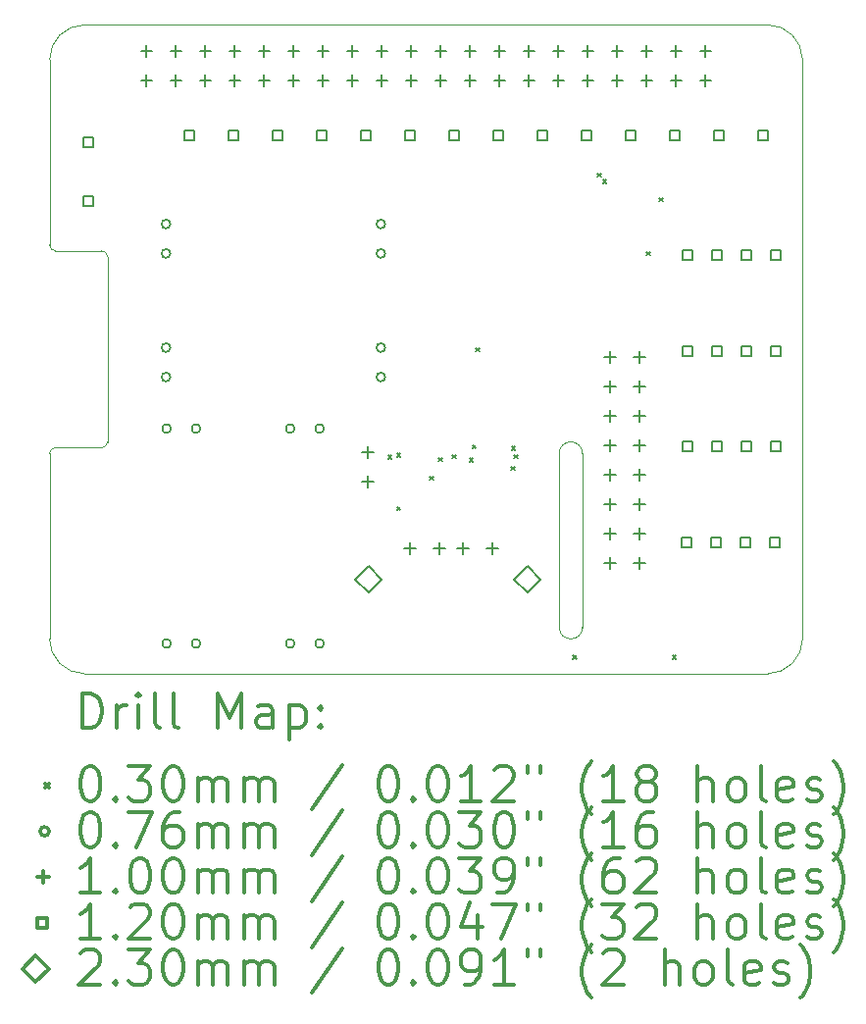
<source format=gbr>
%FSLAX45Y45*%
G04 Gerber Fmt 4.5, Leading zero omitted, Abs format (unit mm)*
G04 Created by KiCad (PCBNEW (5.1.8)-1) date 2021-08-31 14:44:27*
%MOMM*%
%LPD*%
G01*
G04 APERTURE LIST*
%TA.AperFunction,Profile*%
%ADD10C,0.100000*%
%TD*%
%ADD11C,0.200000*%
%ADD12C,0.300000*%
G04 APERTURE END LIST*
D10*
X24400000Y-14600000D02*
X24400000Y-13100000D01*
X24600000Y-13100000D02*
X24600000Y-14600000D01*
X24600000Y-13100000D02*
G75*
G03*
X24400000Y-13100000I-100000J0D01*
G01*
X24400000Y-14600000D02*
G75*
G03*
X24600000Y-14600000I100000J0D01*
G01*
X20049913Y-13050000D02*
G75*
G03*
X20000000Y-13100000I87J-50000D01*
G01*
X20450000Y-13050000D02*
G75*
G03*
X20500000Y-13000000I0J50000D01*
G01*
X20000000Y-11300000D02*
G75*
G03*
X20050000Y-11350000I50000J0D01*
G01*
X20500000Y-11400000D02*
G75*
G03*
X20450000Y-11350000I-50000J0D01*
G01*
X20000000Y-9700000D02*
X20000000Y-11300000D01*
X26500000Y-9700000D02*
G75*
G03*
X26200000Y-9400000I-300000J0D01*
G01*
X26200000Y-15000000D02*
G75*
G03*
X26500000Y-14700000I0J300000D01*
G01*
X20000000Y-14700000D02*
G75*
G03*
X20300000Y-15000000I300000J0D01*
G01*
X20300000Y-9400000D02*
G75*
G03*
X20000000Y-9700000I0J-300000D01*
G01*
X26200000Y-9400000D02*
X20300000Y-9400000D01*
X20450000Y-13050000D02*
X20050000Y-13050000D01*
X20500000Y-11400000D02*
X20500000Y-13000000D01*
X20050000Y-11350000D02*
X20450000Y-11350000D01*
X26500000Y-14700000D02*
X26500000Y-9700000D01*
X20300000Y-15000000D02*
X26200000Y-15000000D01*
X20000000Y-13100000D02*
X20000000Y-14700000D01*
D11*
X22920910Y-13115090D02*
X22950910Y-13145090D01*
X22950910Y-13115090D02*
X22920910Y-13145090D01*
X22998780Y-13099460D02*
X23028780Y-13129460D01*
X23028780Y-13099460D02*
X22998780Y-13129460D01*
X23000300Y-13560220D02*
X23030300Y-13590220D01*
X23030300Y-13560220D02*
X23000300Y-13590220D01*
X23282120Y-13298840D02*
X23312120Y-13328840D01*
X23312120Y-13298840D02*
X23282120Y-13328840D01*
X23357390Y-13136960D02*
X23387390Y-13166960D01*
X23387390Y-13136960D02*
X23357390Y-13166960D01*
X23474800Y-13111560D02*
X23504800Y-13141560D01*
X23504800Y-13111560D02*
X23474800Y-13141560D01*
X23625730Y-13142380D02*
X23655730Y-13172380D01*
X23655730Y-13142380D02*
X23625730Y-13172380D01*
X23651760Y-13027640D02*
X23681760Y-13057640D01*
X23681760Y-13027640D02*
X23651760Y-13057640D01*
X23680000Y-12190000D02*
X23710000Y-12220000D01*
X23710000Y-12190000D02*
X23680000Y-12220000D01*
X23986080Y-13212570D02*
X24016080Y-13242570D01*
X24016080Y-13212570D02*
X23986080Y-13242570D01*
X23990780Y-13037700D02*
X24020780Y-13067700D01*
X24020780Y-13037700D02*
X23990780Y-13067700D01*
X24011140Y-13112600D02*
X24041140Y-13142600D01*
X24041140Y-13112600D02*
X24011140Y-13142600D01*
X24520280Y-14841600D02*
X24550280Y-14871600D01*
X24550280Y-14841600D02*
X24520280Y-14871600D01*
X24729980Y-10682890D02*
X24759980Y-10712890D01*
X24759980Y-10682890D02*
X24729980Y-10712890D01*
X24776920Y-10738820D02*
X24806920Y-10768820D01*
X24806920Y-10738820D02*
X24776920Y-10768820D01*
X25153120Y-11360260D02*
X25183120Y-11390260D01*
X25183120Y-11360260D02*
X25153120Y-11390260D01*
X25262820Y-10892890D02*
X25292820Y-10922890D01*
X25292820Y-10892890D02*
X25262820Y-10922890D01*
X25377330Y-14841600D02*
X25407330Y-14871600D01*
X25407330Y-14841600D02*
X25377330Y-14871600D01*
X21048100Y-12884800D02*
G75*
G03*
X21048100Y-12884800I-38100J0D01*
G01*
X21048100Y-14740000D02*
G75*
G03*
X21048100Y-14740000I-38100J0D01*
G01*
X21302100Y-12884800D02*
G75*
G03*
X21302100Y-12884800I-38100J0D01*
G01*
X21302100Y-14740000D02*
G75*
G03*
X21302100Y-14740000I-38100J0D01*
G01*
X22114900Y-12884800D02*
G75*
G03*
X22114900Y-12884800I-38100J0D01*
G01*
X22114900Y-14740000D02*
G75*
G03*
X22114900Y-14740000I-38100J0D01*
G01*
X22368900Y-12884800D02*
G75*
G03*
X22368900Y-12884800I-38100J0D01*
G01*
X22368900Y-14740000D02*
G75*
G03*
X22368900Y-14740000I-38100J0D01*
G01*
X21042900Y-11119200D02*
G75*
G03*
X21042900Y-11119200I-38100J0D01*
G01*
X21042900Y-11373200D02*
G75*
G03*
X21042900Y-11373200I-38100J0D01*
G01*
X21042900Y-12186000D02*
G75*
G03*
X21042900Y-12186000I-38100J0D01*
G01*
X21042900Y-12440000D02*
G75*
G03*
X21042900Y-12440000I-38100J0D01*
G01*
X22898100Y-11119200D02*
G75*
G03*
X22898100Y-11119200I-38100J0D01*
G01*
X22898100Y-11373200D02*
G75*
G03*
X22898100Y-11373200I-38100J0D01*
G01*
X22898100Y-12186000D02*
G75*
G03*
X22898100Y-12186000I-38100J0D01*
G01*
X22898100Y-12440000D02*
G75*
G03*
X22898100Y-12440000I-38100J0D01*
G01*
X24835000Y-12215000D02*
X24835000Y-12315000D01*
X24785000Y-12265000D02*
X24885000Y-12265000D01*
X24835000Y-12469000D02*
X24835000Y-12569000D01*
X24785000Y-12519000D02*
X24885000Y-12519000D01*
X24835000Y-12723000D02*
X24835000Y-12823000D01*
X24785000Y-12773000D02*
X24885000Y-12773000D01*
X24835000Y-12977000D02*
X24835000Y-13077000D01*
X24785000Y-13027000D02*
X24885000Y-13027000D01*
X24835000Y-13231000D02*
X24835000Y-13331000D01*
X24785000Y-13281000D02*
X24885000Y-13281000D01*
X24835000Y-13485000D02*
X24835000Y-13585000D01*
X24785000Y-13535000D02*
X24885000Y-13535000D01*
X24835000Y-13739000D02*
X24835000Y-13839000D01*
X24785000Y-13789000D02*
X24885000Y-13789000D01*
X24835000Y-13993000D02*
X24835000Y-14093000D01*
X24785000Y-14043000D02*
X24885000Y-14043000D01*
X25089000Y-12215000D02*
X25089000Y-12315000D01*
X25039000Y-12265000D02*
X25139000Y-12265000D01*
X25089000Y-12469000D02*
X25089000Y-12569000D01*
X25039000Y-12519000D02*
X25139000Y-12519000D01*
X25089000Y-12723000D02*
X25089000Y-12823000D01*
X25039000Y-12773000D02*
X25139000Y-12773000D01*
X25089000Y-12977000D02*
X25089000Y-13077000D01*
X25039000Y-13027000D02*
X25139000Y-13027000D01*
X25089000Y-13231000D02*
X25089000Y-13331000D01*
X25039000Y-13281000D02*
X25139000Y-13281000D01*
X25089000Y-13485000D02*
X25089000Y-13585000D01*
X25039000Y-13535000D02*
X25139000Y-13535000D01*
X25089000Y-13739000D02*
X25089000Y-13839000D01*
X25039000Y-13789000D02*
X25139000Y-13789000D01*
X25089000Y-13993000D02*
X25089000Y-14093000D01*
X25039000Y-14043000D02*
X25139000Y-14043000D01*
X23110000Y-13870000D02*
X23110000Y-13970000D01*
X23060000Y-13920000D02*
X23160000Y-13920000D01*
X23364000Y-13870000D02*
X23364000Y-13970000D01*
X23314000Y-13920000D02*
X23414000Y-13920000D01*
X23567000Y-13870000D02*
X23567000Y-13970000D01*
X23517000Y-13920000D02*
X23617000Y-13920000D01*
X23821000Y-13870000D02*
X23821000Y-13970000D01*
X23771000Y-13920000D02*
X23871000Y-13920000D01*
X22750000Y-13040000D02*
X22750000Y-13140000D01*
X22700000Y-13090000D02*
X22800000Y-13090000D01*
X22750000Y-13294000D02*
X22750000Y-13394000D01*
X22700000Y-13344000D02*
X22800000Y-13344000D01*
X20837000Y-9573000D02*
X20837000Y-9673000D01*
X20787000Y-9623000D02*
X20887000Y-9623000D01*
X20837000Y-9827000D02*
X20837000Y-9927000D01*
X20787000Y-9877000D02*
X20887000Y-9877000D01*
X21091000Y-9573000D02*
X21091000Y-9673000D01*
X21041000Y-9623000D02*
X21141000Y-9623000D01*
X21091000Y-9827000D02*
X21091000Y-9927000D01*
X21041000Y-9877000D02*
X21141000Y-9877000D01*
X21345000Y-9573000D02*
X21345000Y-9673000D01*
X21295000Y-9623000D02*
X21395000Y-9623000D01*
X21345000Y-9827000D02*
X21345000Y-9927000D01*
X21295000Y-9877000D02*
X21395000Y-9877000D01*
X21599000Y-9573000D02*
X21599000Y-9673000D01*
X21549000Y-9623000D02*
X21649000Y-9623000D01*
X21599000Y-9827000D02*
X21599000Y-9927000D01*
X21549000Y-9877000D02*
X21649000Y-9877000D01*
X21853000Y-9573000D02*
X21853000Y-9673000D01*
X21803000Y-9623000D02*
X21903000Y-9623000D01*
X21853000Y-9827000D02*
X21853000Y-9927000D01*
X21803000Y-9877000D02*
X21903000Y-9877000D01*
X22107000Y-9573000D02*
X22107000Y-9673000D01*
X22057000Y-9623000D02*
X22157000Y-9623000D01*
X22107000Y-9827000D02*
X22107000Y-9927000D01*
X22057000Y-9877000D02*
X22157000Y-9877000D01*
X22361000Y-9573000D02*
X22361000Y-9673000D01*
X22311000Y-9623000D02*
X22411000Y-9623000D01*
X22361000Y-9827000D02*
X22361000Y-9927000D01*
X22311000Y-9877000D02*
X22411000Y-9877000D01*
X22615000Y-9573000D02*
X22615000Y-9673000D01*
X22565000Y-9623000D02*
X22665000Y-9623000D01*
X22615000Y-9827000D02*
X22615000Y-9927000D01*
X22565000Y-9877000D02*
X22665000Y-9877000D01*
X22869000Y-9573000D02*
X22869000Y-9673000D01*
X22819000Y-9623000D02*
X22919000Y-9623000D01*
X22869000Y-9827000D02*
X22869000Y-9927000D01*
X22819000Y-9877000D02*
X22919000Y-9877000D01*
X23123000Y-9573000D02*
X23123000Y-9673000D01*
X23073000Y-9623000D02*
X23173000Y-9623000D01*
X23123000Y-9827000D02*
X23123000Y-9927000D01*
X23073000Y-9877000D02*
X23173000Y-9877000D01*
X23377000Y-9573000D02*
X23377000Y-9673000D01*
X23327000Y-9623000D02*
X23427000Y-9623000D01*
X23377000Y-9827000D02*
X23377000Y-9927000D01*
X23327000Y-9877000D02*
X23427000Y-9877000D01*
X23631000Y-9573000D02*
X23631000Y-9673000D01*
X23581000Y-9623000D02*
X23681000Y-9623000D01*
X23631000Y-9827000D02*
X23631000Y-9927000D01*
X23581000Y-9877000D02*
X23681000Y-9877000D01*
X23885000Y-9573000D02*
X23885000Y-9673000D01*
X23835000Y-9623000D02*
X23935000Y-9623000D01*
X23885000Y-9827000D02*
X23885000Y-9927000D01*
X23835000Y-9877000D02*
X23935000Y-9877000D01*
X24139000Y-9573000D02*
X24139000Y-9673000D01*
X24089000Y-9623000D02*
X24189000Y-9623000D01*
X24139000Y-9827000D02*
X24139000Y-9927000D01*
X24089000Y-9877000D02*
X24189000Y-9877000D01*
X24393000Y-9573000D02*
X24393000Y-9673000D01*
X24343000Y-9623000D02*
X24443000Y-9623000D01*
X24393000Y-9827000D02*
X24393000Y-9927000D01*
X24343000Y-9877000D02*
X24443000Y-9877000D01*
X24647000Y-9573000D02*
X24647000Y-9673000D01*
X24597000Y-9623000D02*
X24697000Y-9623000D01*
X24647000Y-9827000D02*
X24647000Y-9927000D01*
X24597000Y-9877000D02*
X24697000Y-9877000D01*
X24901000Y-9573000D02*
X24901000Y-9673000D01*
X24851000Y-9623000D02*
X24951000Y-9623000D01*
X24901000Y-9827000D02*
X24901000Y-9927000D01*
X24851000Y-9877000D02*
X24951000Y-9877000D01*
X25155000Y-9573000D02*
X25155000Y-9673000D01*
X25105000Y-9623000D02*
X25205000Y-9623000D01*
X25155000Y-9827000D02*
X25155000Y-9927000D01*
X25105000Y-9877000D02*
X25205000Y-9877000D01*
X25409000Y-9573000D02*
X25409000Y-9673000D01*
X25359000Y-9623000D02*
X25459000Y-9623000D01*
X25409000Y-9827000D02*
X25409000Y-9927000D01*
X25359000Y-9877000D02*
X25459000Y-9877000D01*
X25663000Y-9573000D02*
X25663000Y-9673000D01*
X25613000Y-9623000D02*
X25713000Y-9623000D01*
X25663000Y-9827000D02*
X25663000Y-9927000D01*
X25613000Y-9877000D02*
X25713000Y-9877000D01*
X25540427Y-13907427D02*
X25540427Y-13822573D01*
X25455573Y-13822573D01*
X25455573Y-13907427D01*
X25540427Y-13907427D01*
X25794427Y-13907427D02*
X25794427Y-13822573D01*
X25709573Y-13822573D01*
X25709573Y-13907427D01*
X25794427Y-13907427D01*
X26048427Y-13907427D02*
X26048427Y-13822573D01*
X25963573Y-13822573D01*
X25963573Y-13907427D01*
X26048427Y-13907427D01*
X26302427Y-13907427D02*
X26302427Y-13822573D01*
X26217573Y-13822573D01*
X26217573Y-13907427D01*
X26302427Y-13907427D01*
X25552427Y-11432427D02*
X25552427Y-11347573D01*
X25467573Y-11347573D01*
X25467573Y-11432427D01*
X25552427Y-11432427D01*
X25806427Y-11432427D02*
X25806427Y-11347573D01*
X25721573Y-11347573D01*
X25721573Y-11432427D01*
X25806427Y-11432427D01*
X26060427Y-11432427D02*
X26060427Y-11347573D01*
X25975573Y-11347573D01*
X25975573Y-11432427D01*
X26060427Y-11432427D01*
X26314427Y-11432427D02*
X26314427Y-11347573D01*
X26229573Y-11347573D01*
X26229573Y-11432427D01*
X26314427Y-11432427D01*
X25547427Y-13082427D02*
X25547427Y-12997573D01*
X25462573Y-12997573D01*
X25462573Y-13082427D01*
X25547427Y-13082427D01*
X25801427Y-13082427D02*
X25801427Y-12997573D01*
X25716573Y-12997573D01*
X25716573Y-13082427D01*
X25801427Y-13082427D01*
X26055427Y-13082427D02*
X26055427Y-12997573D01*
X25970573Y-12997573D01*
X25970573Y-13082427D01*
X26055427Y-13082427D01*
X26309427Y-13082427D02*
X26309427Y-12997573D01*
X26224573Y-12997573D01*
X26224573Y-13082427D01*
X26309427Y-13082427D01*
X20377427Y-10452427D02*
X20377427Y-10367573D01*
X20292573Y-10367573D01*
X20292573Y-10452427D01*
X20377427Y-10452427D01*
X20377427Y-10960427D02*
X20377427Y-10875573D01*
X20292573Y-10875573D01*
X20292573Y-10960427D01*
X20377427Y-10960427D01*
X21249427Y-10392427D02*
X21249427Y-10307573D01*
X21164573Y-10307573D01*
X21164573Y-10392427D01*
X21249427Y-10392427D01*
X21630427Y-10392427D02*
X21630427Y-10307573D01*
X21545573Y-10307573D01*
X21545573Y-10392427D01*
X21630427Y-10392427D01*
X22011427Y-10392427D02*
X22011427Y-10307573D01*
X21926573Y-10307573D01*
X21926573Y-10392427D01*
X22011427Y-10392427D01*
X22392427Y-10392427D02*
X22392427Y-10307573D01*
X22307573Y-10307573D01*
X22307573Y-10392427D01*
X22392427Y-10392427D01*
X22773427Y-10392427D02*
X22773427Y-10307573D01*
X22688573Y-10307573D01*
X22688573Y-10392427D01*
X22773427Y-10392427D01*
X23154427Y-10392427D02*
X23154427Y-10307573D01*
X23069573Y-10307573D01*
X23069573Y-10392427D01*
X23154427Y-10392427D01*
X23535427Y-10392427D02*
X23535427Y-10307573D01*
X23450573Y-10307573D01*
X23450573Y-10392427D01*
X23535427Y-10392427D01*
X23916427Y-10392427D02*
X23916427Y-10307573D01*
X23831573Y-10307573D01*
X23831573Y-10392427D01*
X23916427Y-10392427D01*
X24297427Y-10392427D02*
X24297427Y-10307573D01*
X24212573Y-10307573D01*
X24212573Y-10392427D01*
X24297427Y-10392427D01*
X24678427Y-10392427D02*
X24678427Y-10307573D01*
X24593573Y-10307573D01*
X24593573Y-10392427D01*
X24678427Y-10392427D01*
X25059427Y-10392427D02*
X25059427Y-10307573D01*
X24974573Y-10307573D01*
X24974573Y-10392427D01*
X25059427Y-10392427D01*
X25440427Y-10392427D02*
X25440427Y-10307573D01*
X25355573Y-10307573D01*
X25355573Y-10392427D01*
X25440427Y-10392427D01*
X25821427Y-10392427D02*
X25821427Y-10307573D01*
X25736573Y-10307573D01*
X25736573Y-10392427D01*
X25821427Y-10392427D01*
X26202427Y-10392427D02*
X26202427Y-10307573D01*
X26117573Y-10307573D01*
X26117573Y-10392427D01*
X26202427Y-10392427D01*
X25547427Y-12257427D02*
X25547427Y-12172573D01*
X25462573Y-12172573D01*
X25462573Y-12257427D01*
X25547427Y-12257427D01*
X25801427Y-12257427D02*
X25801427Y-12172573D01*
X25716573Y-12172573D01*
X25716573Y-12257427D01*
X25801427Y-12257427D01*
X26055427Y-12257427D02*
X26055427Y-12172573D01*
X25970573Y-12172573D01*
X25970573Y-12257427D01*
X26055427Y-12257427D01*
X26309427Y-12257427D02*
X26309427Y-12172573D01*
X26224573Y-12172573D01*
X26224573Y-12257427D01*
X26309427Y-12257427D01*
X22754000Y-14302000D02*
X22869000Y-14187000D01*
X22754000Y-14072000D01*
X22639000Y-14187000D01*
X22754000Y-14302000D01*
X24126000Y-14302000D02*
X24241000Y-14187000D01*
X24126000Y-14072000D01*
X24011000Y-14187000D01*
X24126000Y-14302000D01*
D12*
X20281428Y-15470714D02*
X20281428Y-15170714D01*
X20352857Y-15170714D01*
X20395714Y-15185000D01*
X20424286Y-15213571D01*
X20438571Y-15242143D01*
X20452857Y-15299286D01*
X20452857Y-15342143D01*
X20438571Y-15399286D01*
X20424286Y-15427857D01*
X20395714Y-15456429D01*
X20352857Y-15470714D01*
X20281428Y-15470714D01*
X20581428Y-15470714D02*
X20581428Y-15270714D01*
X20581428Y-15327857D02*
X20595714Y-15299286D01*
X20610000Y-15285000D01*
X20638571Y-15270714D01*
X20667143Y-15270714D01*
X20767143Y-15470714D02*
X20767143Y-15270714D01*
X20767143Y-15170714D02*
X20752857Y-15185000D01*
X20767143Y-15199286D01*
X20781428Y-15185000D01*
X20767143Y-15170714D01*
X20767143Y-15199286D01*
X20952857Y-15470714D02*
X20924286Y-15456429D01*
X20910000Y-15427857D01*
X20910000Y-15170714D01*
X21110000Y-15470714D02*
X21081428Y-15456429D01*
X21067143Y-15427857D01*
X21067143Y-15170714D01*
X21452857Y-15470714D02*
X21452857Y-15170714D01*
X21552857Y-15385000D01*
X21652857Y-15170714D01*
X21652857Y-15470714D01*
X21924286Y-15470714D02*
X21924286Y-15313571D01*
X21910000Y-15285000D01*
X21881428Y-15270714D01*
X21824286Y-15270714D01*
X21795714Y-15285000D01*
X21924286Y-15456429D02*
X21895714Y-15470714D01*
X21824286Y-15470714D01*
X21795714Y-15456429D01*
X21781428Y-15427857D01*
X21781428Y-15399286D01*
X21795714Y-15370714D01*
X21824286Y-15356429D01*
X21895714Y-15356429D01*
X21924286Y-15342143D01*
X22067143Y-15270714D02*
X22067143Y-15570714D01*
X22067143Y-15285000D02*
X22095714Y-15270714D01*
X22152857Y-15270714D01*
X22181428Y-15285000D01*
X22195714Y-15299286D01*
X22210000Y-15327857D01*
X22210000Y-15413571D01*
X22195714Y-15442143D01*
X22181428Y-15456429D01*
X22152857Y-15470714D01*
X22095714Y-15470714D01*
X22067143Y-15456429D01*
X22338571Y-15442143D02*
X22352857Y-15456429D01*
X22338571Y-15470714D01*
X22324286Y-15456429D01*
X22338571Y-15442143D01*
X22338571Y-15470714D01*
X22338571Y-15285000D02*
X22352857Y-15299286D01*
X22338571Y-15313571D01*
X22324286Y-15299286D01*
X22338571Y-15285000D01*
X22338571Y-15313571D01*
X19965000Y-15950000D02*
X19995000Y-15980000D01*
X19995000Y-15950000D02*
X19965000Y-15980000D01*
X20338571Y-15800714D02*
X20367143Y-15800714D01*
X20395714Y-15815000D01*
X20410000Y-15829286D01*
X20424286Y-15857857D01*
X20438571Y-15915000D01*
X20438571Y-15986429D01*
X20424286Y-16043571D01*
X20410000Y-16072143D01*
X20395714Y-16086429D01*
X20367143Y-16100714D01*
X20338571Y-16100714D01*
X20310000Y-16086429D01*
X20295714Y-16072143D01*
X20281428Y-16043571D01*
X20267143Y-15986429D01*
X20267143Y-15915000D01*
X20281428Y-15857857D01*
X20295714Y-15829286D01*
X20310000Y-15815000D01*
X20338571Y-15800714D01*
X20567143Y-16072143D02*
X20581428Y-16086429D01*
X20567143Y-16100714D01*
X20552857Y-16086429D01*
X20567143Y-16072143D01*
X20567143Y-16100714D01*
X20681428Y-15800714D02*
X20867143Y-15800714D01*
X20767143Y-15915000D01*
X20810000Y-15915000D01*
X20838571Y-15929286D01*
X20852857Y-15943571D01*
X20867143Y-15972143D01*
X20867143Y-16043571D01*
X20852857Y-16072143D01*
X20838571Y-16086429D01*
X20810000Y-16100714D01*
X20724286Y-16100714D01*
X20695714Y-16086429D01*
X20681428Y-16072143D01*
X21052857Y-15800714D02*
X21081428Y-15800714D01*
X21110000Y-15815000D01*
X21124286Y-15829286D01*
X21138571Y-15857857D01*
X21152857Y-15915000D01*
X21152857Y-15986429D01*
X21138571Y-16043571D01*
X21124286Y-16072143D01*
X21110000Y-16086429D01*
X21081428Y-16100714D01*
X21052857Y-16100714D01*
X21024286Y-16086429D01*
X21010000Y-16072143D01*
X20995714Y-16043571D01*
X20981428Y-15986429D01*
X20981428Y-15915000D01*
X20995714Y-15857857D01*
X21010000Y-15829286D01*
X21024286Y-15815000D01*
X21052857Y-15800714D01*
X21281428Y-16100714D02*
X21281428Y-15900714D01*
X21281428Y-15929286D02*
X21295714Y-15915000D01*
X21324286Y-15900714D01*
X21367143Y-15900714D01*
X21395714Y-15915000D01*
X21410000Y-15943571D01*
X21410000Y-16100714D01*
X21410000Y-15943571D02*
X21424286Y-15915000D01*
X21452857Y-15900714D01*
X21495714Y-15900714D01*
X21524286Y-15915000D01*
X21538571Y-15943571D01*
X21538571Y-16100714D01*
X21681428Y-16100714D02*
X21681428Y-15900714D01*
X21681428Y-15929286D02*
X21695714Y-15915000D01*
X21724286Y-15900714D01*
X21767143Y-15900714D01*
X21795714Y-15915000D01*
X21810000Y-15943571D01*
X21810000Y-16100714D01*
X21810000Y-15943571D02*
X21824286Y-15915000D01*
X21852857Y-15900714D01*
X21895714Y-15900714D01*
X21924286Y-15915000D01*
X21938571Y-15943571D01*
X21938571Y-16100714D01*
X22524286Y-15786429D02*
X22267143Y-16172143D01*
X22910000Y-15800714D02*
X22938571Y-15800714D01*
X22967143Y-15815000D01*
X22981428Y-15829286D01*
X22995714Y-15857857D01*
X23010000Y-15915000D01*
X23010000Y-15986429D01*
X22995714Y-16043571D01*
X22981428Y-16072143D01*
X22967143Y-16086429D01*
X22938571Y-16100714D01*
X22910000Y-16100714D01*
X22881428Y-16086429D01*
X22867143Y-16072143D01*
X22852857Y-16043571D01*
X22838571Y-15986429D01*
X22838571Y-15915000D01*
X22852857Y-15857857D01*
X22867143Y-15829286D01*
X22881428Y-15815000D01*
X22910000Y-15800714D01*
X23138571Y-16072143D02*
X23152857Y-16086429D01*
X23138571Y-16100714D01*
X23124286Y-16086429D01*
X23138571Y-16072143D01*
X23138571Y-16100714D01*
X23338571Y-15800714D02*
X23367143Y-15800714D01*
X23395714Y-15815000D01*
X23410000Y-15829286D01*
X23424286Y-15857857D01*
X23438571Y-15915000D01*
X23438571Y-15986429D01*
X23424286Y-16043571D01*
X23410000Y-16072143D01*
X23395714Y-16086429D01*
X23367143Y-16100714D01*
X23338571Y-16100714D01*
X23310000Y-16086429D01*
X23295714Y-16072143D01*
X23281428Y-16043571D01*
X23267143Y-15986429D01*
X23267143Y-15915000D01*
X23281428Y-15857857D01*
X23295714Y-15829286D01*
X23310000Y-15815000D01*
X23338571Y-15800714D01*
X23724286Y-16100714D02*
X23552857Y-16100714D01*
X23638571Y-16100714D02*
X23638571Y-15800714D01*
X23610000Y-15843571D01*
X23581428Y-15872143D01*
X23552857Y-15886429D01*
X23838571Y-15829286D02*
X23852857Y-15815000D01*
X23881428Y-15800714D01*
X23952857Y-15800714D01*
X23981428Y-15815000D01*
X23995714Y-15829286D01*
X24010000Y-15857857D01*
X24010000Y-15886429D01*
X23995714Y-15929286D01*
X23824286Y-16100714D01*
X24010000Y-16100714D01*
X24124286Y-15800714D02*
X24124286Y-15857857D01*
X24238571Y-15800714D02*
X24238571Y-15857857D01*
X24681428Y-16215000D02*
X24667143Y-16200714D01*
X24638571Y-16157857D01*
X24624286Y-16129286D01*
X24610000Y-16086429D01*
X24595714Y-16015000D01*
X24595714Y-15957857D01*
X24610000Y-15886429D01*
X24624286Y-15843571D01*
X24638571Y-15815000D01*
X24667143Y-15772143D01*
X24681428Y-15757857D01*
X24952857Y-16100714D02*
X24781428Y-16100714D01*
X24867143Y-16100714D02*
X24867143Y-15800714D01*
X24838571Y-15843571D01*
X24810000Y-15872143D01*
X24781428Y-15886429D01*
X25124286Y-15929286D02*
X25095714Y-15915000D01*
X25081428Y-15900714D01*
X25067143Y-15872143D01*
X25067143Y-15857857D01*
X25081428Y-15829286D01*
X25095714Y-15815000D01*
X25124286Y-15800714D01*
X25181428Y-15800714D01*
X25210000Y-15815000D01*
X25224286Y-15829286D01*
X25238571Y-15857857D01*
X25238571Y-15872143D01*
X25224286Y-15900714D01*
X25210000Y-15915000D01*
X25181428Y-15929286D01*
X25124286Y-15929286D01*
X25095714Y-15943571D01*
X25081428Y-15957857D01*
X25067143Y-15986429D01*
X25067143Y-16043571D01*
X25081428Y-16072143D01*
X25095714Y-16086429D01*
X25124286Y-16100714D01*
X25181428Y-16100714D01*
X25210000Y-16086429D01*
X25224286Y-16072143D01*
X25238571Y-16043571D01*
X25238571Y-15986429D01*
X25224286Y-15957857D01*
X25210000Y-15943571D01*
X25181428Y-15929286D01*
X25595714Y-16100714D02*
X25595714Y-15800714D01*
X25724286Y-16100714D02*
X25724286Y-15943571D01*
X25710000Y-15915000D01*
X25681428Y-15900714D01*
X25638571Y-15900714D01*
X25610000Y-15915000D01*
X25595714Y-15929286D01*
X25910000Y-16100714D02*
X25881428Y-16086429D01*
X25867143Y-16072143D01*
X25852857Y-16043571D01*
X25852857Y-15957857D01*
X25867143Y-15929286D01*
X25881428Y-15915000D01*
X25910000Y-15900714D01*
X25952857Y-15900714D01*
X25981428Y-15915000D01*
X25995714Y-15929286D01*
X26010000Y-15957857D01*
X26010000Y-16043571D01*
X25995714Y-16072143D01*
X25981428Y-16086429D01*
X25952857Y-16100714D01*
X25910000Y-16100714D01*
X26181428Y-16100714D02*
X26152857Y-16086429D01*
X26138571Y-16057857D01*
X26138571Y-15800714D01*
X26410000Y-16086429D02*
X26381428Y-16100714D01*
X26324286Y-16100714D01*
X26295714Y-16086429D01*
X26281428Y-16057857D01*
X26281428Y-15943571D01*
X26295714Y-15915000D01*
X26324286Y-15900714D01*
X26381428Y-15900714D01*
X26410000Y-15915000D01*
X26424286Y-15943571D01*
X26424286Y-15972143D01*
X26281428Y-16000714D01*
X26538571Y-16086429D02*
X26567143Y-16100714D01*
X26624286Y-16100714D01*
X26652857Y-16086429D01*
X26667143Y-16057857D01*
X26667143Y-16043571D01*
X26652857Y-16015000D01*
X26624286Y-16000714D01*
X26581428Y-16000714D01*
X26552857Y-15986429D01*
X26538571Y-15957857D01*
X26538571Y-15943571D01*
X26552857Y-15915000D01*
X26581428Y-15900714D01*
X26624286Y-15900714D01*
X26652857Y-15915000D01*
X26767143Y-16215000D02*
X26781428Y-16200714D01*
X26810000Y-16157857D01*
X26824286Y-16129286D01*
X26838571Y-16086429D01*
X26852857Y-16015000D01*
X26852857Y-15957857D01*
X26838571Y-15886429D01*
X26824286Y-15843571D01*
X26810000Y-15815000D01*
X26781428Y-15772143D01*
X26767143Y-15757857D01*
X19995000Y-16361000D02*
G75*
G03*
X19995000Y-16361000I-38100J0D01*
G01*
X20338571Y-16196714D02*
X20367143Y-16196714D01*
X20395714Y-16211000D01*
X20410000Y-16225286D01*
X20424286Y-16253857D01*
X20438571Y-16311000D01*
X20438571Y-16382429D01*
X20424286Y-16439571D01*
X20410000Y-16468143D01*
X20395714Y-16482429D01*
X20367143Y-16496714D01*
X20338571Y-16496714D01*
X20310000Y-16482429D01*
X20295714Y-16468143D01*
X20281428Y-16439571D01*
X20267143Y-16382429D01*
X20267143Y-16311000D01*
X20281428Y-16253857D01*
X20295714Y-16225286D01*
X20310000Y-16211000D01*
X20338571Y-16196714D01*
X20567143Y-16468143D02*
X20581428Y-16482429D01*
X20567143Y-16496714D01*
X20552857Y-16482429D01*
X20567143Y-16468143D01*
X20567143Y-16496714D01*
X20681428Y-16196714D02*
X20881428Y-16196714D01*
X20752857Y-16496714D01*
X21124286Y-16196714D02*
X21067143Y-16196714D01*
X21038571Y-16211000D01*
X21024286Y-16225286D01*
X20995714Y-16268143D01*
X20981428Y-16325286D01*
X20981428Y-16439571D01*
X20995714Y-16468143D01*
X21010000Y-16482429D01*
X21038571Y-16496714D01*
X21095714Y-16496714D01*
X21124286Y-16482429D01*
X21138571Y-16468143D01*
X21152857Y-16439571D01*
X21152857Y-16368143D01*
X21138571Y-16339571D01*
X21124286Y-16325286D01*
X21095714Y-16311000D01*
X21038571Y-16311000D01*
X21010000Y-16325286D01*
X20995714Y-16339571D01*
X20981428Y-16368143D01*
X21281428Y-16496714D02*
X21281428Y-16296714D01*
X21281428Y-16325286D02*
X21295714Y-16311000D01*
X21324286Y-16296714D01*
X21367143Y-16296714D01*
X21395714Y-16311000D01*
X21410000Y-16339571D01*
X21410000Y-16496714D01*
X21410000Y-16339571D02*
X21424286Y-16311000D01*
X21452857Y-16296714D01*
X21495714Y-16296714D01*
X21524286Y-16311000D01*
X21538571Y-16339571D01*
X21538571Y-16496714D01*
X21681428Y-16496714D02*
X21681428Y-16296714D01*
X21681428Y-16325286D02*
X21695714Y-16311000D01*
X21724286Y-16296714D01*
X21767143Y-16296714D01*
X21795714Y-16311000D01*
X21810000Y-16339571D01*
X21810000Y-16496714D01*
X21810000Y-16339571D02*
X21824286Y-16311000D01*
X21852857Y-16296714D01*
X21895714Y-16296714D01*
X21924286Y-16311000D01*
X21938571Y-16339571D01*
X21938571Y-16496714D01*
X22524286Y-16182429D02*
X22267143Y-16568143D01*
X22910000Y-16196714D02*
X22938571Y-16196714D01*
X22967143Y-16211000D01*
X22981428Y-16225286D01*
X22995714Y-16253857D01*
X23010000Y-16311000D01*
X23010000Y-16382429D01*
X22995714Y-16439571D01*
X22981428Y-16468143D01*
X22967143Y-16482429D01*
X22938571Y-16496714D01*
X22910000Y-16496714D01*
X22881428Y-16482429D01*
X22867143Y-16468143D01*
X22852857Y-16439571D01*
X22838571Y-16382429D01*
X22838571Y-16311000D01*
X22852857Y-16253857D01*
X22867143Y-16225286D01*
X22881428Y-16211000D01*
X22910000Y-16196714D01*
X23138571Y-16468143D02*
X23152857Y-16482429D01*
X23138571Y-16496714D01*
X23124286Y-16482429D01*
X23138571Y-16468143D01*
X23138571Y-16496714D01*
X23338571Y-16196714D02*
X23367143Y-16196714D01*
X23395714Y-16211000D01*
X23410000Y-16225286D01*
X23424286Y-16253857D01*
X23438571Y-16311000D01*
X23438571Y-16382429D01*
X23424286Y-16439571D01*
X23410000Y-16468143D01*
X23395714Y-16482429D01*
X23367143Y-16496714D01*
X23338571Y-16496714D01*
X23310000Y-16482429D01*
X23295714Y-16468143D01*
X23281428Y-16439571D01*
X23267143Y-16382429D01*
X23267143Y-16311000D01*
X23281428Y-16253857D01*
X23295714Y-16225286D01*
X23310000Y-16211000D01*
X23338571Y-16196714D01*
X23538571Y-16196714D02*
X23724286Y-16196714D01*
X23624286Y-16311000D01*
X23667143Y-16311000D01*
X23695714Y-16325286D01*
X23710000Y-16339571D01*
X23724286Y-16368143D01*
X23724286Y-16439571D01*
X23710000Y-16468143D01*
X23695714Y-16482429D01*
X23667143Y-16496714D01*
X23581428Y-16496714D01*
X23552857Y-16482429D01*
X23538571Y-16468143D01*
X23910000Y-16196714D02*
X23938571Y-16196714D01*
X23967143Y-16211000D01*
X23981428Y-16225286D01*
X23995714Y-16253857D01*
X24010000Y-16311000D01*
X24010000Y-16382429D01*
X23995714Y-16439571D01*
X23981428Y-16468143D01*
X23967143Y-16482429D01*
X23938571Y-16496714D01*
X23910000Y-16496714D01*
X23881428Y-16482429D01*
X23867143Y-16468143D01*
X23852857Y-16439571D01*
X23838571Y-16382429D01*
X23838571Y-16311000D01*
X23852857Y-16253857D01*
X23867143Y-16225286D01*
X23881428Y-16211000D01*
X23910000Y-16196714D01*
X24124286Y-16196714D02*
X24124286Y-16253857D01*
X24238571Y-16196714D02*
X24238571Y-16253857D01*
X24681428Y-16611000D02*
X24667143Y-16596714D01*
X24638571Y-16553857D01*
X24624286Y-16525286D01*
X24610000Y-16482429D01*
X24595714Y-16411000D01*
X24595714Y-16353857D01*
X24610000Y-16282429D01*
X24624286Y-16239571D01*
X24638571Y-16211000D01*
X24667143Y-16168143D01*
X24681428Y-16153857D01*
X24952857Y-16496714D02*
X24781428Y-16496714D01*
X24867143Y-16496714D02*
X24867143Y-16196714D01*
X24838571Y-16239571D01*
X24810000Y-16268143D01*
X24781428Y-16282429D01*
X25210000Y-16196714D02*
X25152857Y-16196714D01*
X25124286Y-16211000D01*
X25110000Y-16225286D01*
X25081428Y-16268143D01*
X25067143Y-16325286D01*
X25067143Y-16439571D01*
X25081428Y-16468143D01*
X25095714Y-16482429D01*
X25124286Y-16496714D01*
X25181428Y-16496714D01*
X25210000Y-16482429D01*
X25224286Y-16468143D01*
X25238571Y-16439571D01*
X25238571Y-16368143D01*
X25224286Y-16339571D01*
X25210000Y-16325286D01*
X25181428Y-16311000D01*
X25124286Y-16311000D01*
X25095714Y-16325286D01*
X25081428Y-16339571D01*
X25067143Y-16368143D01*
X25595714Y-16496714D02*
X25595714Y-16196714D01*
X25724286Y-16496714D02*
X25724286Y-16339571D01*
X25710000Y-16311000D01*
X25681428Y-16296714D01*
X25638571Y-16296714D01*
X25610000Y-16311000D01*
X25595714Y-16325286D01*
X25910000Y-16496714D02*
X25881428Y-16482429D01*
X25867143Y-16468143D01*
X25852857Y-16439571D01*
X25852857Y-16353857D01*
X25867143Y-16325286D01*
X25881428Y-16311000D01*
X25910000Y-16296714D01*
X25952857Y-16296714D01*
X25981428Y-16311000D01*
X25995714Y-16325286D01*
X26010000Y-16353857D01*
X26010000Y-16439571D01*
X25995714Y-16468143D01*
X25981428Y-16482429D01*
X25952857Y-16496714D01*
X25910000Y-16496714D01*
X26181428Y-16496714D02*
X26152857Y-16482429D01*
X26138571Y-16453857D01*
X26138571Y-16196714D01*
X26410000Y-16482429D02*
X26381428Y-16496714D01*
X26324286Y-16496714D01*
X26295714Y-16482429D01*
X26281428Y-16453857D01*
X26281428Y-16339571D01*
X26295714Y-16311000D01*
X26324286Y-16296714D01*
X26381428Y-16296714D01*
X26410000Y-16311000D01*
X26424286Y-16339571D01*
X26424286Y-16368143D01*
X26281428Y-16396714D01*
X26538571Y-16482429D02*
X26567143Y-16496714D01*
X26624286Y-16496714D01*
X26652857Y-16482429D01*
X26667143Y-16453857D01*
X26667143Y-16439571D01*
X26652857Y-16411000D01*
X26624286Y-16396714D01*
X26581428Y-16396714D01*
X26552857Y-16382429D01*
X26538571Y-16353857D01*
X26538571Y-16339571D01*
X26552857Y-16311000D01*
X26581428Y-16296714D01*
X26624286Y-16296714D01*
X26652857Y-16311000D01*
X26767143Y-16611000D02*
X26781428Y-16596714D01*
X26810000Y-16553857D01*
X26824286Y-16525286D01*
X26838571Y-16482429D01*
X26852857Y-16411000D01*
X26852857Y-16353857D01*
X26838571Y-16282429D01*
X26824286Y-16239571D01*
X26810000Y-16211000D01*
X26781428Y-16168143D01*
X26767143Y-16153857D01*
X19945000Y-16707000D02*
X19945000Y-16807000D01*
X19895000Y-16757000D02*
X19995000Y-16757000D01*
X20438571Y-16892714D02*
X20267143Y-16892714D01*
X20352857Y-16892714D02*
X20352857Y-16592714D01*
X20324286Y-16635571D01*
X20295714Y-16664143D01*
X20267143Y-16678429D01*
X20567143Y-16864143D02*
X20581428Y-16878429D01*
X20567143Y-16892714D01*
X20552857Y-16878429D01*
X20567143Y-16864143D01*
X20567143Y-16892714D01*
X20767143Y-16592714D02*
X20795714Y-16592714D01*
X20824286Y-16607000D01*
X20838571Y-16621286D01*
X20852857Y-16649857D01*
X20867143Y-16707000D01*
X20867143Y-16778429D01*
X20852857Y-16835572D01*
X20838571Y-16864143D01*
X20824286Y-16878429D01*
X20795714Y-16892714D01*
X20767143Y-16892714D01*
X20738571Y-16878429D01*
X20724286Y-16864143D01*
X20710000Y-16835572D01*
X20695714Y-16778429D01*
X20695714Y-16707000D01*
X20710000Y-16649857D01*
X20724286Y-16621286D01*
X20738571Y-16607000D01*
X20767143Y-16592714D01*
X21052857Y-16592714D02*
X21081428Y-16592714D01*
X21110000Y-16607000D01*
X21124286Y-16621286D01*
X21138571Y-16649857D01*
X21152857Y-16707000D01*
X21152857Y-16778429D01*
X21138571Y-16835572D01*
X21124286Y-16864143D01*
X21110000Y-16878429D01*
X21081428Y-16892714D01*
X21052857Y-16892714D01*
X21024286Y-16878429D01*
X21010000Y-16864143D01*
X20995714Y-16835572D01*
X20981428Y-16778429D01*
X20981428Y-16707000D01*
X20995714Y-16649857D01*
X21010000Y-16621286D01*
X21024286Y-16607000D01*
X21052857Y-16592714D01*
X21281428Y-16892714D02*
X21281428Y-16692714D01*
X21281428Y-16721286D02*
X21295714Y-16707000D01*
X21324286Y-16692714D01*
X21367143Y-16692714D01*
X21395714Y-16707000D01*
X21410000Y-16735571D01*
X21410000Y-16892714D01*
X21410000Y-16735571D02*
X21424286Y-16707000D01*
X21452857Y-16692714D01*
X21495714Y-16692714D01*
X21524286Y-16707000D01*
X21538571Y-16735571D01*
X21538571Y-16892714D01*
X21681428Y-16892714D02*
X21681428Y-16692714D01*
X21681428Y-16721286D02*
X21695714Y-16707000D01*
X21724286Y-16692714D01*
X21767143Y-16692714D01*
X21795714Y-16707000D01*
X21810000Y-16735571D01*
X21810000Y-16892714D01*
X21810000Y-16735571D02*
X21824286Y-16707000D01*
X21852857Y-16692714D01*
X21895714Y-16692714D01*
X21924286Y-16707000D01*
X21938571Y-16735571D01*
X21938571Y-16892714D01*
X22524286Y-16578429D02*
X22267143Y-16964143D01*
X22910000Y-16592714D02*
X22938571Y-16592714D01*
X22967143Y-16607000D01*
X22981428Y-16621286D01*
X22995714Y-16649857D01*
X23010000Y-16707000D01*
X23010000Y-16778429D01*
X22995714Y-16835572D01*
X22981428Y-16864143D01*
X22967143Y-16878429D01*
X22938571Y-16892714D01*
X22910000Y-16892714D01*
X22881428Y-16878429D01*
X22867143Y-16864143D01*
X22852857Y-16835572D01*
X22838571Y-16778429D01*
X22838571Y-16707000D01*
X22852857Y-16649857D01*
X22867143Y-16621286D01*
X22881428Y-16607000D01*
X22910000Y-16592714D01*
X23138571Y-16864143D02*
X23152857Y-16878429D01*
X23138571Y-16892714D01*
X23124286Y-16878429D01*
X23138571Y-16864143D01*
X23138571Y-16892714D01*
X23338571Y-16592714D02*
X23367143Y-16592714D01*
X23395714Y-16607000D01*
X23410000Y-16621286D01*
X23424286Y-16649857D01*
X23438571Y-16707000D01*
X23438571Y-16778429D01*
X23424286Y-16835572D01*
X23410000Y-16864143D01*
X23395714Y-16878429D01*
X23367143Y-16892714D01*
X23338571Y-16892714D01*
X23310000Y-16878429D01*
X23295714Y-16864143D01*
X23281428Y-16835572D01*
X23267143Y-16778429D01*
X23267143Y-16707000D01*
X23281428Y-16649857D01*
X23295714Y-16621286D01*
X23310000Y-16607000D01*
X23338571Y-16592714D01*
X23538571Y-16592714D02*
X23724286Y-16592714D01*
X23624286Y-16707000D01*
X23667143Y-16707000D01*
X23695714Y-16721286D01*
X23710000Y-16735571D01*
X23724286Y-16764143D01*
X23724286Y-16835572D01*
X23710000Y-16864143D01*
X23695714Y-16878429D01*
X23667143Y-16892714D01*
X23581428Y-16892714D01*
X23552857Y-16878429D01*
X23538571Y-16864143D01*
X23867143Y-16892714D02*
X23924286Y-16892714D01*
X23952857Y-16878429D01*
X23967143Y-16864143D01*
X23995714Y-16821286D01*
X24010000Y-16764143D01*
X24010000Y-16649857D01*
X23995714Y-16621286D01*
X23981428Y-16607000D01*
X23952857Y-16592714D01*
X23895714Y-16592714D01*
X23867143Y-16607000D01*
X23852857Y-16621286D01*
X23838571Y-16649857D01*
X23838571Y-16721286D01*
X23852857Y-16749857D01*
X23867143Y-16764143D01*
X23895714Y-16778429D01*
X23952857Y-16778429D01*
X23981428Y-16764143D01*
X23995714Y-16749857D01*
X24010000Y-16721286D01*
X24124286Y-16592714D02*
X24124286Y-16649857D01*
X24238571Y-16592714D02*
X24238571Y-16649857D01*
X24681428Y-17007000D02*
X24667143Y-16992714D01*
X24638571Y-16949857D01*
X24624286Y-16921286D01*
X24610000Y-16878429D01*
X24595714Y-16807000D01*
X24595714Y-16749857D01*
X24610000Y-16678429D01*
X24624286Y-16635571D01*
X24638571Y-16607000D01*
X24667143Y-16564143D01*
X24681428Y-16549857D01*
X24924286Y-16592714D02*
X24867143Y-16592714D01*
X24838571Y-16607000D01*
X24824286Y-16621286D01*
X24795714Y-16664143D01*
X24781428Y-16721286D01*
X24781428Y-16835572D01*
X24795714Y-16864143D01*
X24810000Y-16878429D01*
X24838571Y-16892714D01*
X24895714Y-16892714D01*
X24924286Y-16878429D01*
X24938571Y-16864143D01*
X24952857Y-16835572D01*
X24952857Y-16764143D01*
X24938571Y-16735571D01*
X24924286Y-16721286D01*
X24895714Y-16707000D01*
X24838571Y-16707000D01*
X24810000Y-16721286D01*
X24795714Y-16735571D01*
X24781428Y-16764143D01*
X25067143Y-16621286D02*
X25081428Y-16607000D01*
X25110000Y-16592714D01*
X25181428Y-16592714D01*
X25210000Y-16607000D01*
X25224286Y-16621286D01*
X25238571Y-16649857D01*
X25238571Y-16678429D01*
X25224286Y-16721286D01*
X25052857Y-16892714D01*
X25238571Y-16892714D01*
X25595714Y-16892714D02*
X25595714Y-16592714D01*
X25724286Y-16892714D02*
X25724286Y-16735571D01*
X25710000Y-16707000D01*
X25681428Y-16692714D01*
X25638571Y-16692714D01*
X25610000Y-16707000D01*
X25595714Y-16721286D01*
X25910000Y-16892714D02*
X25881428Y-16878429D01*
X25867143Y-16864143D01*
X25852857Y-16835572D01*
X25852857Y-16749857D01*
X25867143Y-16721286D01*
X25881428Y-16707000D01*
X25910000Y-16692714D01*
X25952857Y-16692714D01*
X25981428Y-16707000D01*
X25995714Y-16721286D01*
X26010000Y-16749857D01*
X26010000Y-16835572D01*
X25995714Y-16864143D01*
X25981428Y-16878429D01*
X25952857Y-16892714D01*
X25910000Y-16892714D01*
X26181428Y-16892714D02*
X26152857Y-16878429D01*
X26138571Y-16849857D01*
X26138571Y-16592714D01*
X26410000Y-16878429D02*
X26381428Y-16892714D01*
X26324286Y-16892714D01*
X26295714Y-16878429D01*
X26281428Y-16849857D01*
X26281428Y-16735571D01*
X26295714Y-16707000D01*
X26324286Y-16692714D01*
X26381428Y-16692714D01*
X26410000Y-16707000D01*
X26424286Y-16735571D01*
X26424286Y-16764143D01*
X26281428Y-16792714D01*
X26538571Y-16878429D02*
X26567143Y-16892714D01*
X26624286Y-16892714D01*
X26652857Y-16878429D01*
X26667143Y-16849857D01*
X26667143Y-16835572D01*
X26652857Y-16807000D01*
X26624286Y-16792714D01*
X26581428Y-16792714D01*
X26552857Y-16778429D01*
X26538571Y-16749857D01*
X26538571Y-16735571D01*
X26552857Y-16707000D01*
X26581428Y-16692714D01*
X26624286Y-16692714D01*
X26652857Y-16707000D01*
X26767143Y-17007000D02*
X26781428Y-16992714D01*
X26810000Y-16949857D01*
X26824286Y-16921286D01*
X26838571Y-16878429D01*
X26852857Y-16807000D01*
X26852857Y-16749857D01*
X26838571Y-16678429D01*
X26824286Y-16635571D01*
X26810000Y-16607000D01*
X26781428Y-16564143D01*
X26767143Y-16549857D01*
X19977427Y-17195427D02*
X19977427Y-17110573D01*
X19892573Y-17110573D01*
X19892573Y-17195427D01*
X19977427Y-17195427D01*
X20438571Y-17288714D02*
X20267143Y-17288714D01*
X20352857Y-17288714D02*
X20352857Y-16988714D01*
X20324286Y-17031572D01*
X20295714Y-17060143D01*
X20267143Y-17074429D01*
X20567143Y-17260143D02*
X20581428Y-17274429D01*
X20567143Y-17288714D01*
X20552857Y-17274429D01*
X20567143Y-17260143D01*
X20567143Y-17288714D01*
X20695714Y-17017286D02*
X20710000Y-17003000D01*
X20738571Y-16988714D01*
X20810000Y-16988714D01*
X20838571Y-17003000D01*
X20852857Y-17017286D01*
X20867143Y-17045857D01*
X20867143Y-17074429D01*
X20852857Y-17117286D01*
X20681428Y-17288714D01*
X20867143Y-17288714D01*
X21052857Y-16988714D02*
X21081428Y-16988714D01*
X21110000Y-17003000D01*
X21124286Y-17017286D01*
X21138571Y-17045857D01*
X21152857Y-17103000D01*
X21152857Y-17174429D01*
X21138571Y-17231572D01*
X21124286Y-17260143D01*
X21110000Y-17274429D01*
X21081428Y-17288714D01*
X21052857Y-17288714D01*
X21024286Y-17274429D01*
X21010000Y-17260143D01*
X20995714Y-17231572D01*
X20981428Y-17174429D01*
X20981428Y-17103000D01*
X20995714Y-17045857D01*
X21010000Y-17017286D01*
X21024286Y-17003000D01*
X21052857Y-16988714D01*
X21281428Y-17288714D02*
X21281428Y-17088714D01*
X21281428Y-17117286D02*
X21295714Y-17103000D01*
X21324286Y-17088714D01*
X21367143Y-17088714D01*
X21395714Y-17103000D01*
X21410000Y-17131572D01*
X21410000Y-17288714D01*
X21410000Y-17131572D02*
X21424286Y-17103000D01*
X21452857Y-17088714D01*
X21495714Y-17088714D01*
X21524286Y-17103000D01*
X21538571Y-17131572D01*
X21538571Y-17288714D01*
X21681428Y-17288714D02*
X21681428Y-17088714D01*
X21681428Y-17117286D02*
X21695714Y-17103000D01*
X21724286Y-17088714D01*
X21767143Y-17088714D01*
X21795714Y-17103000D01*
X21810000Y-17131572D01*
X21810000Y-17288714D01*
X21810000Y-17131572D02*
X21824286Y-17103000D01*
X21852857Y-17088714D01*
X21895714Y-17088714D01*
X21924286Y-17103000D01*
X21938571Y-17131572D01*
X21938571Y-17288714D01*
X22524286Y-16974429D02*
X22267143Y-17360143D01*
X22910000Y-16988714D02*
X22938571Y-16988714D01*
X22967143Y-17003000D01*
X22981428Y-17017286D01*
X22995714Y-17045857D01*
X23010000Y-17103000D01*
X23010000Y-17174429D01*
X22995714Y-17231572D01*
X22981428Y-17260143D01*
X22967143Y-17274429D01*
X22938571Y-17288714D01*
X22910000Y-17288714D01*
X22881428Y-17274429D01*
X22867143Y-17260143D01*
X22852857Y-17231572D01*
X22838571Y-17174429D01*
X22838571Y-17103000D01*
X22852857Y-17045857D01*
X22867143Y-17017286D01*
X22881428Y-17003000D01*
X22910000Y-16988714D01*
X23138571Y-17260143D02*
X23152857Y-17274429D01*
X23138571Y-17288714D01*
X23124286Y-17274429D01*
X23138571Y-17260143D01*
X23138571Y-17288714D01*
X23338571Y-16988714D02*
X23367143Y-16988714D01*
X23395714Y-17003000D01*
X23410000Y-17017286D01*
X23424286Y-17045857D01*
X23438571Y-17103000D01*
X23438571Y-17174429D01*
X23424286Y-17231572D01*
X23410000Y-17260143D01*
X23395714Y-17274429D01*
X23367143Y-17288714D01*
X23338571Y-17288714D01*
X23310000Y-17274429D01*
X23295714Y-17260143D01*
X23281428Y-17231572D01*
X23267143Y-17174429D01*
X23267143Y-17103000D01*
X23281428Y-17045857D01*
X23295714Y-17017286D01*
X23310000Y-17003000D01*
X23338571Y-16988714D01*
X23695714Y-17088714D02*
X23695714Y-17288714D01*
X23624286Y-16974429D02*
X23552857Y-17188714D01*
X23738571Y-17188714D01*
X23824286Y-16988714D02*
X24024286Y-16988714D01*
X23895714Y-17288714D01*
X24124286Y-16988714D02*
X24124286Y-17045857D01*
X24238571Y-16988714D02*
X24238571Y-17045857D01*
X24681428Y-17403000D02*
X24667143Y-17388714D01*
X24638571Y-17345857D01*
X24624286Y-17317286D01*
X24610000Y-17274429D01*
X24595714Y-17203000D01*
X24595714Y-17145857D01*
X24610000Y-17074429D01*
X24624286Y-17031572D01*
X24638571Y-17003000D01*
X24667143Y-16960143D01*
X24681428Y-16945857D01*
X24767143Y-16988714D02*
X24952857Y-16988714D01*
X24852857Y-17103000D01*
X24895714Y-17103000D01*
X24924286Y-17117286D01*
X24938571Y-17131572D01*
X24952857Y-17160143D01*
X24952857Y-17231572D01*
X24938571Y-17260143D01*
X24924286Y-17274429D01*
X24895714Y-17288714D01*
X24810000Y-17288714D01*
X24781428Y-17274429D01*
X24767143Y-17260143D01*
X25067143Y-17017286D02*
X25081428Y-17003000D01*
X25110000Y-16988714D01*
X25181428Y-16988714D01*
X25210000Y-17003000D01*
X25224286Y-17017286D01*
X25238571Y-17045857D01*
X25238571Y-17074429D01*
X25224286Y-17117286D01*
X25052857Y-17288714D01*
X25238571Y-17288714D01*
X25595714Y-17288714D02*
X25595714Y-16988714D01*
X25724286Y-17288714D02*
X25724286Y-17131572D01*
X25710000Y-17103000D01*
X25681428Y-17088714D01*
X25638571Y-17088714D01*
X25610000Y-17103000D01*
X25595714Y-17117286D01*
X25910000Y-17288714D02*
X25881428Y-17274429D01*
X25867143Y-17260143D01*
X25852857Y-17231572D01*
X25852857Y-17145857D01*
X25867143Y-17117286D01*
X25881428Y-17103000D01*
X25910000Y-17088714D01*
X25952857Y-17088714D01*
X25981428Y-17103000D01*
X25995714Y-17117286D01*
X26010000Y-17145857D01*
X26010000Y-17231572D01*
X25995714Y-17260143D01*
X25981428Y-17274429D01*
X25952857Y-17288714D01*
X25910000Y-17288714D01*
X26181428Y-17288714D02*
X26152857Y-17274429D01*
X26138571Y-17245857D01*
X26138571Y-16988714D01*
X26410000Y-17274429D02*
X26381428Y-17288714D01*
X26324286Y-17288714D01*
X26295714Y-17274429D01*
X26281428Y-17245857D01*
X26281428Y-17131572D01*
X26295714Y-17103000D01*
X26324286Y-17088714D01*
X26381428Y-17088714D01*
X26410000Y-17103000D01*
X26424286Y-17131572D01*
X26424286Y-17160143D01*
X26281428Y-17188714D01*
X26538571Y-17274429D02*
X26567143Y-17288714D01*
X26624286Y-17288714D01*
X26652857Y-17274429D01*
X26667143Y-17245857D01*
X26667143Y-17231572D01*
X26652857Y-17203000D01*
X26624286Y-17188714D01*
X26581428Y-17188714D01*
X26552857Y-17174429D01*
X26538571Y-17145857D01*
X26538571Y-17131572D01*
X26552857Y-17103000D01*
X26581428Y-17088714D01*
X26624286Y-17088714D01*
X26652857Y-17103000D01*
X26767143Y-17403000D02*
X26781428Y-17388714D01*
X26810000Y-17345857D01*
X26824286Y-17317286D01*
X26838571Y-17274429D01*
X26852857Y-17203000D01*
X26852857Y-17145857D01*
X26838571Y-17074429D01*
X26824286Y-17031572D01*
X26810000Y-17003000D01*
X26781428Y-16960143D01*
X26767143Y-16945857D01*
X19880000Y-17664000D02*
X19995000Y-17549000D01*
X19880000Y-17434000D01*
X19765000Y-17549000D01*
X19880000Y-17664000D01*
X20267143Y-17413286D02*
X20281428Y-17399000D01*
X20310000Y-17384714D01*
X20381428Y-17384714D01*
X20410000Y-17399000D01*
X20424286Y-17413286D01*
X20438571Y-17441857D01*
X20438571Y-17470429D01*
X20424286Y-17513286D01*
X20252857Y-17684714D01*
X20438571Y-17684714D01*
X20567143Y-17656143D02*
X20581428Y-17670429D01*
X20567143Y-17684714D01*
X20552857Y-17670429D01*
X20567143Y-17656143D01*
X20567143Y-17684714D01*
X20681428Y-17384714D02*
X20867143Y-17384714D01*
X20767143Y-17499000D01*
X20810000Y-17499000D01*
X20838571Y-17513286D01*
X20852857Y-17527572D01*
X20867143Y-17556143D01*
X20867143Y-17627572D01*
X20852857Y-17656143D01*
X20838571Y-17670429D01*
X20810000Y-17684714D01*
X20724286Y-17684714D01*
X20695714Y-17670429D01*
X20681428Y-17656143D01*
X21052857Y-17384714D02*
X21081428Y-17384714D01*
X21110000Y-17399000D01*
X21124286Y-17413286D01*
X21138571Y-17441857D01*
X21152857Y-17499000D01*
X21152857Y-17570429D01*
X21138571Y-17627572D01*
X21124286Y-17656143D01*
X21110000Y-17670429D01*
X21081428Y-17684714D01*
X21052857Y-17684714D01*
X21024286Y-17670429D01*
X21010000Y-17656143D01*
X20995714Y-17627572D01*
X20981428Y-17570429D01*
X20981428Y-17499000D01*
X20995714Y-17441857D01*
X21010000Y-17413286D01*
X21024286Y-17399000D01*
X21052857Y-17384714D01*
X21281428Y-17684714D02*
X21281428Y-17484714D01*
X21281428Y-17513286D02*
X21295714Y-17499000D01*
X21324286Y-17484714D01*
X21367143Y-17484714D01*
X21395714Y-17499000D01*
X21410000Y-17527572D01*
X21410000Y-17684714D01*
X21410000Y-17527572D02*
X21424286Y-17499000D01*
X21452857Y-17484714D01*
X21495714Y-17484714D01*
X21524286Y-17499000D01*
X21538571Y-17527572D01*
X21538571Y-17684714D01*
X21681428Y-17684714D02*
X21681428Y-17484714D01*
X21681428Y-17513286D02*
X21695714Y-17499000D01*
X21724286Y-17484714D01*
X21767143Y-17484714D01*
X21795714Y-17499000D01*
X21810000Y-17527572D01*
X21810000Y-17684714D01*
X21810000Y-17527572D02*
X21824286Y-17499000D01*
X21852857Y-17484714D01*
X21895714Y-17484714D01*
X21924286Y-17499000D01*
X21938571Y-17527572D01*
X21938571Y-17684714D01*
X22524286Y-17370429D02*
X22267143Y-17756143D01*
X22910000Y-17384714D02*
X22938571Y-17384714D01*
X22967143Y-17399000D01*
X22981428Y-17413286D01*
X22995714Y-17441857D01*
X23010000Y-17499000D01*
X23010000Y-17570429D01*
X22995714Y-17627572D01*
X22981428Y-17656143D01*
X22967143Y-17670429D01*
X22938571Y-17684714D01*
X22910000Y-17684714D01*
X22881428Y-17670429D01*
X22867143Y-17656143D01*
X22852857Y-17627572D01*
X22838571Y-17570429D01*
X22838571Y-17499000D01*
X22852857Y-17441857D01*
X22867143Y-17413286D01*
X22881428Y-17399000D01*
X22910000Y-17384714D01*
X23138571Y-17656143D02*
X23152857Y-17670429D01*
X23138571Y-17684714D01*
X23124286Y-17670429D01*
X23138571Y-17656143D01*
X23138571Y-17684714D01*
X23338571Y-17384714D02*
X23367143Y-17384714D01*
X23395714Y-17399000D01*
X23410000Y-17413286D01*
X23424286Y-17441857D01*
X23438571Y-17499000D01*
X23438571Y-17570429D01*
X23424286Y-17627572D01*
X23410000Y-17656143D01*
X23395714Y-17670429D01*
X23367143Y-17684714D01*
X23338571Y-17684714D01*
X23310000Y-17670429D01*
X23295714Y-17656143D01*
X23281428Y-17627572D01*
X23267143Y-17570429D01*
X23267143Y-17499000D01*
X23281428Y-17441857D01*
X23295714Y-17413286D01*
X23310000Y-17399000D01*
X23338571Y-17384714D01*
X23581428Y-17684714D02*
X23638571Y-17684714D01*
X23667143Y-17670429D01*
X23681428Y-17656143D01*
X23710000Y-17613286D01*
X23724286Y-17556143D01*
X23724286Y-17441857D01*
X23710000Y-17413286D01*
X23695714Y-17399000D01*
X23667143Y-17384714D01*
X23610000Y-17384714D01*
X23581428Y-17399000D01*
X23567143Y-17413286D01*
X23552857Y-17441857D01*
X23552857Y-17513286D01*
X23567143Y-17541857D01*
X23581428Y-17556143D01*
X23610000Y-17570429D01*
X23667143Y-17570429D01*
X23695714Y-17556143D01*
X23710000Y-17541857D01*
X23724286Y-17513286D01*
X24010000Y-17684714D02*
X23838571Y-17684714D01*
X23924286Y-17684714D02*
X23924286Y-17384714D01*
X23895714Y-17427572D01*
X23867143Y-17456143D01*
X23838571Y-17470429D01*
X24124286Y-17384714D02*
X24124286Y-17441857D01*
X24238571Y-17384714D02*
X24238571Y-17441857D01*
X24681428Y-17799000D02*
X24667143Y-17784714D01*
X24638571Y-17741857D01*
X24624286Y-17713286D01*
X24610000Y-17670429D01*
X24595714Y-17599000D01*
X24595714Y-17541857D01*
X24610000Y-17470429D01*
X24624286Y-17427572D01*
X24638571Y-17399000D01*
X24667143Y-17356143D01*
X24681428Y-17341857D01*
X24781428Y-17413286D02*
X24795714Y-17399000D01*
X24824286Y-17384714D01*
X24895714Y-17384714D01*
X24924286Y-17399000D01*
X24938571Y-17413286D01*
X24952857Y-17441857D01*
X24952857Y-17470429D01*
X24938571Y-17513286D01*
X24767143Y-17684714D01*
X24952857Y-17684714D01*
X25310000Y-17684714D02*
X25310000Y-17384714D01*
X25438571Y-17684714D02*
X25438571Y-17527572D01*
X25424286Y-17499000D01*
X25395714Y-17484714D01*
X25352857Y-17484714D01*
X25324286Y-17499000D01*
X25310000Y-17513286D01*
X25624286Y-17684714D02*
X25595714Y-17670429D01*
X25581428Y-17656143D01*
X25567143Y-17627572D01*
X25567143Y-17541857D01*
X25581428Y-17513286D01*
X25595714Y-17499000D01*
X25624286Y-17484714D01*
X25667143Y-17484714D01*
X25695714Y-17499000D01*
X25710000Y-17513286D01*
X25724286Y-17541857D01*
X25724286Y-17627572D01*
X25710000Y-17656143D01*
X25695714Y-17670429D01*
X25667143Y-17684714D01*
X25624286Y-17684714D01*
X25895714Y-17684714D02*
X25867143Y-17670429D01*
X25852857Y-17641857D01*
X25852857Y-17384714D01*
X26124286Y-17670429D02*
X26095714Y-17684714D01*
X26038571Y-17684714D01*
X26010000Y-17670429D01*
X25995714Y-17641857D01*
X25995714Y-17527572D01*
X26010000Y-17499000D01*
X26038571Y-17484714D01*
X26095714Y-17484714D01*
X26124286Y-17499000D01*
X26138571Y-17527572D01*
X26138571Y-17556143D01*
X25995714Y-17584714D01*
X26252857Y-17670429D02*
X26281428Y-17684714D01*
X26338571Y-17684714D01*
X26367143Y-17670429D01*
X26381428Y-17641857D01*
X26381428Y-17627572D01*
X26367143Y-17599000D01*
X26338571Y-17584714D01*
X26295714Y-17584714D01*
X26267143Y-17570429D01*
X26252857Y-17541857D01*
X26252857Y-17527572D01*
X26267143Y-17499000D01*
X26295714Y-17484714D01*
X26338571Y-17484714D01*
X26367143Y-17499000D01*
X26481428Y-17799000D02*
X26495714Y-17784714D01*
X26524286Y-17741857D01*
X26538571Y-17713286D01*
X26552857Y-17670429D01*
X26567143Y-17599000D01*
X26567143Y-17541857D01*
X26552857Y-17470429D01*
X26538571Y-17427572D01*
X26524286Y-17399000D01*
X26495714Y-17356143D01*
X26481428Y-17341857D01*
M02*

</source>
